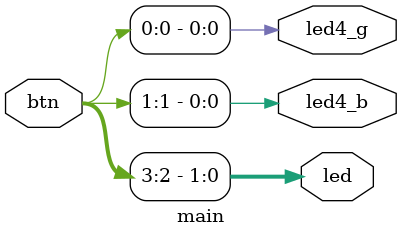
<source format=v>
`timescale 1ns / 1ps


module main(
    input [3:0] btn,
    output reg [1:0] led,
    output reg led4_b,
    output reg led4_g
    );
    
    always @(*) begin
        led[1] <= btn[3];
        led[0] <= btn[2];
        led4_b <= btn[1];
        led4_g <= btn[0];
    end
    
endmodule

</source>
